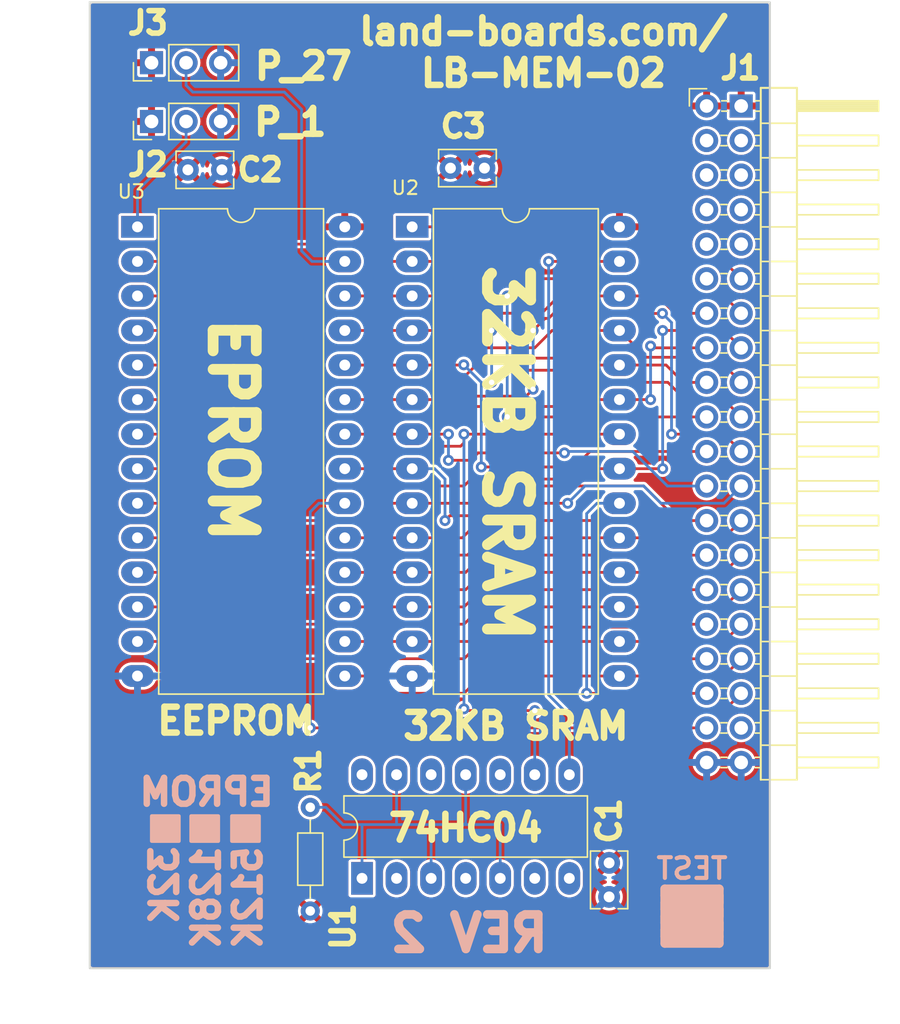
<source format=kicad_pcb>
(kicad_pcb (version 20240108) (generator "pcbnew") (generator_version "8.0")
  (title_block (title "LB-MEM-02") (date "2022-10-06") (rev "2") (company "land-boards.com"))
  (layers (0 "F.Cu" signal) (31 "B.Cu" signal) (34 "B.Paste" user) (35 "F.Paste" user) (36 "B.SilkS" user "B.Silkscreen") (37 "F.SilkS" user "F.Silkscreen") (38 "B.Mask" user) (39 "F.Mask" user) (44 "Edge.Cuts" user))
  (net 0 "")
  (net 1 "GND")
  (net 2 "/CPUA11")
  (net 3 "/CPUA12")
  (net 4 "/CPUA13")
  (net 5 "/CPUA14")
  (net 6 "/CPUA15")
  (net 7 "/CPUD4")
  (net 8 "/CPUD3")
  (net 9 "/CPUD5")
  (net 10 "/CPUD6")
  (net 11 "/CPUA0")
  (net 12 "/CPUA1")
  (net 13 "/CPUD2")
  (net 14 "/CPUA2")
  (net 15 "/CPUD7")
  (net 16 "/CPUA3")
  (net 17 "/CPUD0")
  (net 18 "/CPUA4")
  (net 19 "/CPUD1")
  (net 20 "/CPUA5")
  (net 21 "/CPUA6")
  (net 22 "/CPUA7")
  (net 23 "/CPUA8")
  (net 24 "/CPUA9")
  (net 25 "/CPUA10")
  (net 26 "/CPUA18")
  (net 27 "/CPUA16")
  (net 28 "/CPUA17")
  (net 29 "/~{MEMRD}")
  (net 30 "/~{MEMWR}")
  (net 31 "/CPUA22")
  (net 32 "/CPUA23")
  (net 33 "/CPUA20")
  (net 34 "/CPUA21")
  (net 35 "/CPUA19")
  (net 36 "VCC")
  (net 37 "/~{IOCS}")
  (net 38 "/~{RAMCS}")
  (net 39 "/~{ROMCS}")
  (net 40 "/EE_PIN27")
  (net 41 "/EE_PIN1")
  (net 42 "Net-(R1-Pad2)")
  (footprint "Package_DIP:DIP-28_W15.24mm_LongPads" (layer "F.Cu") (at 155.702 63.5)
    (property "Reference" "U2" (at -0.508 -2.8702 0) (layer "F.SilkS"))
    (property "Value" "HM62256BLP")
    (pad "1" thru_hole rect (at 0 0) (size 2.4 1.6) (drill 0.8) (layers "*.Cu" "*.Mask") (net 5 "/CPUA14"))
    (pad "2" thru_hole oval (at 0 2.54) (size 2.4 1.6) (drill 0.8) (layers "*.Cu" "*.Mask") (net 3 "/CPUA12"))
    (pad "3" thru_hole oval (at 0 5.08) (size 2.4 1.6) (drill 0.8) (layers "*.Cu" "*.Mask") (net 22 "/CPUA7"))
    (pad "4" thru_hole oval (at 0 7.62) (size 2.4 1.6) (drill 0.8) (layers "*.Cu" "*.Mask") (net 21 "/CPUA6"))
    (pad "5" thru_hole oval (at 0 10.16) (size 2.4 1.6) (drill 0.8) (layers "*.Cu" "*.Mask") (net 20 "/CPUA5"))
    (pad "6" thru_hole oval (at 0 12.7) (size 2.4 1.6) (drill 0.8) (layers "*.Cu" "*.Mask") (net 18 "/CPUA4"))
    (pad "7" thru_hole oval (at 0 15.24) (size 2.4 1.6) (drill 0.8) (layers "*.Cu" "*.Mask") (net 16 "/CPUA3"))
    (pad "8" thru_hole oval (at 0 17.78) (size 2.4 1.6) (drill 0.8) (layers "*.Cu" "*.Mask") (net 14 "/CPUA2"))
    (pad "9" thru_hole oval (at 0 20.32) (size 2.4 1.6) (drill 0.8) (layers "*.Cu" "*.Mask") (net 12 "/CPUA1"))
    (pad "10" thru_hole oval (at 0 22.86) (size 2.4 1.6) (drill 0.8) (layers "*.Cu" "*.Mask") (net 11 "/CPUA0"))
    (pad "11" thru_hole oval (at 0 25.4) (size 2.4 1.6) (drill 0.8) (layers "*.Cu" "*.Mask") (net 17 "/CPUD0"))
    (pad "12" thru_hole oval (at 0 27.94) (size 2.4 1.6) (drill 0.8) (layers "*.Cu" "*.Mask") (net 19 "/CPUD1"))
    (pad "13" thru_hole oval (at 0 30.48) (size 2.4 1.6) (drill 0.8) (layers "*.Cu" "*.Mask") (net 13 "/CPUD2"))
    (pad "14" thru_hole oval (at 0 33.02) (size 2.4 1.6) (drill 0.8) (layers "*.Cu" "*.Mask") (net 1 "GND"))
    (pad "15" thru_hole oval (at 15.24 33.02) (size 2.4 1.6) (drill 0.8) (layers "*.Cu" "*.Mask") (net 8 "/CPUD3"))
    (pad "16" thru_hole oval (at 15.24 30.48) (size 2.4 1.6) (drill 0.8) (layers "*.Cu" "*.Mask") (net 7 "/CPUD4"))
    (pad "17" thru_hole oval (at 15.24 27.94) (size 2.4 1.6) (drill 0.8) (layers "*.Cu" "*.Mask") (net 9 "/CPUD5"))
    (pad "18" thru_hole oval (at 15.24 25.4) (size 2.4 1.6) (drill 0.8) (layers "*.Cu" "*.Mask") (net 10 "/CPUD6"))
    (pad "19" thru_hole oval (at 15.24 22.86) (size 2.4 1.6) (drill 0.8) (layers "*.Cu" "*.Mask") (net 15 "/CPUD7"))
    (pad "20" thru_hole oval (at 15.24 20.32) (size 2.4 1.6) (drill 0.8) (layers "*.Cu" "*.Mask") (net 38 "/~{RAMCS}"))
    (pad "21" thru_hole oval (at 15.24 17.78) (size 2.4 1.6) (drill 0.8) (layers "*.Cu" "*.Mask") (net 25 "/CPUA10"))
    (pad "22" thru_hole oval (at 15.24 15.24) (size 2.4 1.6) (drill 0.8) (layers "*.Cu" "*.Mask") (net 29 "/~{MEMRD}"))
    (pad "23" thru_hole oval (at 15.24 12.7) (size 2.4 1.6) (drill 0.8) (layers "*.Cu" "*.Mask") (net 2 "/CPUA11"))
    (pad "24" thru_hole oval (at 15.24 10.16) (size 2.4 1.6) (drill 0.8) (layers "*.Cu" "*.Mask") (net 24 "/CPUA9"))
    (pad "25" thru_hole oval (at 15.24 7.62) (size 2.4 1.6) (drill 0.8) (layers "*.Cu" "*.Mask") (net 23 "/CPUA8"))
    (pad "26" thru_hole oval (at 15.24 5.08) (size 2.4 1.6) (drill 0.8) (layers "*.Cu" "*.Mask") (net 4 "/CPUA13"))
    (pad "27" thru_hole oval (at 15.24 2.54) (size 2.4 1.6) (drill 0.8) (layers "*.Cu" "*.Mask") (net 30 "/~{MEMWR}"))
    (pad "28" thru_hole oval (at 15.24 0) (size 2.4 1.6) (drill 0.8) (layers "*.Cu" "*.Mask") (net 36 "VCC"))
  )
  (footprint "LandBoards_Conns:PinHeader_2x20_P2.54mm_Horizontal-FLIPPED" (layer "F.Cu") (at 177.35 54.615)
    (property "Reference" "J1" (at 2.482 -2.799 0) (layer "F.SilkS") (effects (font (size 1.651 1.651) (thickness 1.651))))
    (property "Value" "Conn_02x20_Odd_Even")
    (pad "1" thru_hole rect (at 2.54 0) (size 1.7 1.7) (drill 1) (layers "*.Cu" "*.Mask") (net 36 "VCC"))
    (pad "2" thru_hole oval (at 0 0) (size 1.7 1.7) (drill 1) (layers "*.Cu" "*.Mask") (net 36 "VCC"))
    (pad "3" thru_hole oval (at 2.54 2.54) (size 1.7 1.7) (drill 1) (layers "*.Cu" "*.Mask") (net 31 "/CPUA22"))
    (pad "4" thru_hole oval (at 0 2.54) (size 1.7 1.7) (drill 1) (layers "*.Cu" "*.Mask") (net 32 "/CPUA23"))
    (pad "5" thru_hole oval (at 2.54 5.08) (size 1.7 1.7) (drill 1) (layers "*.Cu" "*.Mask") (net 33 "/CPUA20"))
    (pad "6" thru_hole oval (at 0 5.08) (size 1.7 1.7) (drill 1) (layers "*.Cu" "*.Mask") (net 34 "/CPUA21"))
    (pad "7" thru_hole oval (at 2.54 7.62) (size 1.7 1.7) (drill 1) (layers "*.Cu" "*.Mask") (net 26 "/CPUA18"))
    (pad "8" thru_hole oval (at 0 7.62) (size 1.7 1.7) (drill 1) (layers "*.Cu" "*.Mask") (net 35 "/CPUA19"))
    (pad "9" thru_hole oval (at 2.54 10.16) (size 1.7 1.7) (drill 1) (layers "*.Cu" "*.Mask") (net 27 "/CPUA16"))
    (pad "10" thru_hole oval (at 0 10.16) (size 1.7 1.7) (drill 1) (layers "*.Cu" "*.Mask") (net 28 "/CPUA17"))
    (pad "11" thru_hole oval (at 2.54 12.7) (size 1.7 1.7) (drill 1) (layers "*.Cu" "*.Mask") (net 5 "/CPUA14"))
    (pad "12" thru_hole oval (at 0 12.7) (size 1.7 1.7) (drill 1) (layers "*.Cu" "*.Mask") (net 6 "/CPUA15"))
    (pad "13" thru_hole oval (at 2.54 15.24) (size 1.7 1.7) (drill 1) (layers "*.Cu" "*.Mask") (net 3 "/CPUA12"))
    (pad "14" thru_hole oval (at 0 15.24) (size 1.7 1.7) (drill 1) (layers "*.Cu" "*.Mask") (net 4 "/CPUA13"))
    (pad "15" thru_hole oval (at 2.54 17.78) (size 1.7 1.7) (drill 1) (layers "*.Cu" "*.Mask") (net 25 "/CPUA10"))
    (pad "16" thru_hole oval (at 0 17.78) (size 1.7 1.7) (drill 1) (layers "*.Cu" "*.Mask") (net 2 "/CPUA11"))
    (pad "17" thru_hole oval (at 2.54 20.32) (size 1.7 1.7) (drill 1) (layers "*.Cu" "*.Mask") (net 23 "/CPUA8"))
    (pad "18" thru_hole oval (at 0 20.32) (size 1.7 1.7) (drill 1) (layers "*.Cu" "*.Mask") (net 24 "/CPUA9"))
    (pad "19" thru_hole oval (at 2.54 22.86) (size 1.7 1.7) (drill 1) (layers "*.Cu" "*.Mask") (net 21 "/CPUA6"))
    (pad "20" thru_hole oval (at 0 22.86) (size 1.7 1.7) (drill 1) (layers "*.Cu" "*.Mask") (net 22 "/CPUA7"))
    (pad "21" thru_hole oval (at 2.54 25.4) (size 1.7 1.7) (drill 1) (layers "*.Cu" "*.Mask") (net 18 "/CPUA4"))
    (pad "22" thru_hole oval (at 0 25.4) (size 1.7 1.7) (drill 1) (layers "*.Cu" "*.Mask") (net 20 "/CPUA5"))
    (pad "23" thru_hole oval (at 2.54 27.94) (size 1.7 1.7) (drill 1) (layers "*.Cu" "*.Mask") (net 14 "/CPUA2"))
    (pad "24" thru_hole oval (at 0 27.94) (size 1.7 1.7) (drill 1) (layers "*.Cu" "*.Mask") (net 16 "/CPUA3"))
    (pad "25" thru_hole oval (at 2.54 30.48) (size 1.7 1.7) (drill 1) (layers "*.Cu" "*.Mask") (net 11 "/CPUA0"))
    (pad "26" thru_hole oval (at 0 30.48) (size 1.7 1.7) (drill 1) (layers "*.Cu" "*.Mask") (net 12 "/CPUA1"))
    (pad "27" thru_hole oval (at 2.54 33.02) (size 1.7 1.7) (drill 1) (layers "*.Cu" "*.Mask") (net 17 "/CPUD0"))
    (pad "28" thru_hole oval (at 0 33.02) (size 1.7 1.7) (drill 1) (layers "*.Cu" "*.Mask") (net 15 "/CPUD7"))
    (pad "29" thru_hole oval (at 2.54 35.56) (size 1.7 1.7) (drill 1) (layers "*.Cu" "*.Mask") (net 19 "/CPUD1"))
    (pad "30" thru_hole oval (at 0 35.56) (size 1.7 1.7) (drill 1) (layers "*.Cu" "*.Mask") (net 10 "/CPUD6"))
    (pad "31" thru_hole oval (at 2.54 38.1) (size 1.7 1.7) (drill 1) (layers "*.Cu" "*.Mask") (net 13 "/CPUD2"))
    (pad "32" thru_hole oval (at 0 38.1) (size 1.7 1.7) (drill 1) (layers "*.Cu" "*.Mask") (net 9 "/CPUD5"))
    (pad "33" thru_hole oval (at 2.54 40.64) (size 1.7 1.7) (drill 1) (layers "*.Cu" "*.Mask") (net 8 "/CPUD3"))
    (pad "34" thru_hole oval (at 0 40.64) (size 1.7 1.7) (drill 1) (layers "*.Cu" "*.Mask") (net 7 "/CPUD4"))
    (pad "35" thru_hole oval (at 2.54 43.18) (size 1.7 1.7) (drill 1) (layers "*.Cu" "*.Mask") (net 29 "/~{MEMRD}"))
    (pad "36" thru_hole oval (at 0 43.18) (size 1.7 1.7) (drill 1) (layers "*.Cu" "*.Mask") (net 38 "/~{RAMCS}"))
    (pad "37" thru_hole oval (at 2.54 45.72) (size 1.7 1.7) (drill 1) (layers "*.Cu" "*.Mask") (net 37 "/~{IOCS}"))
    (pad "38" thru_hole oval (at 0 45.72) (size 1.7 1.7) (drill 1) (layers "*.Cu" "*.Mask") (net 39 "/~{ROMCS}"))
    (pad "39" thru_hole oval (at 2.54 48.26) (size 1.7 1.7) (drill 1) (layers "*.Cu" "*.Mask") (net 1 "GND"))
    (pad "40" thru_hole oval (at 0 48.26) (size 1.7 1.7) (drill 1) (layers "*.Cu" "*.Mask") (net 1 "GND"))
  )
  (footprint "Package_DIP:DIP-14_W7.62mm_LongPads" (layer "F.Cu") (at 152.014 111.394 90)
    (property "Reference" "U1" (at -3.541 -1.392 90) (layer "F.SilkS") (effects (font (size 1.651 1.651) (thickness 1.651))))
    (property "Value" "74HC04")
    (pad "1" thru_hole rect (at 0 0 90) (size 2.4 1.6) (drill 0.8) (layers "*.Cu" "*.Mask") (net 42 "Net-(R1-Pad2)"))
    (pad "2" thru_hole oval (at 0 2.54 90) (size 2.4 1.6) (drill 0.8) (layers "*.Cu" "*.Mask"))
    (pad "3" thru_hole oval (at 0 5.08 90) (size 2.4 1.6) (drill 0.8) (layers "*.Cu" "*.Mask") (net 42 "Net-(R1-Pad2)"))
    (pad "4" thru_hole oval (at 0 7.62 90) (size 2.4 1.6) (drill 0.8) (layers "*.Cu" "*.Mask"))
    (pad "5" thru_hole oval (at 0 10.16 90) (size 2.4 1.6) (drill 0.8) (layers "*.Cu" "*.Mask") (net 42 "Net-(R1-Pad2)"))
    (pad "6" thru_hole oval (at 0 12.7 90) (size 2.4 1.6) (drill 0.8) (layers "*.Cu" "*.Mask"))
    (pad "7" thru_hole oval (at 0 15.24 90) (size 2.4 1.6) (drill 0.8) (layers "*.Cu" "*.Mask"))
    (pad "8" thru_hole oval (at 7.62 15.24 90) (size 2.4 1.6) (drill 0.8) (layers "*.Cu" "*.Mask") (net 30 "/~{MEMWR}"))
    (pad "9" thru_hole oval (at 7.62 12.7 90) (size 2.4 1.6) (drill 0.8) (layers "*.Cu" "*.Mask") (net 29 "/~{MEMRD}"))
    (pad "10" thru_hole oval (at 7.62 10.16 90) (size 2.4 1.6) (drill 0.8) (layers "*.Cu" "*.Mask"))
    (pad "11" thru_hole oval (at 7.62 7.62 90) (size 2.4 1.6) (drill 0.8) (layers "*.Cu" "*.Mask") (net 42 "Net-(R1-Pad2)"))
    (pad "12" thru_hole oval (at 7.62 5.08 90) (size 2.4 1.6) (drill 0.8) (layers "*.Cu" "*.Mask"))
    (pad "13" thru_hole oval (at 7.62 2.54 90) (size 2.4 1.6) (drill 0.8) (layers "*.Cu" "*.Mask") (net 42 "Net-(R1-Pad2)"))
    (pad "14" thru_hole oval (at 7.62 0 90) (size 2.4 1.6) (drill 0.8) (layers "*.Cu" "*.Mask"))
  )
  (footprint "Package_DIP:DIP-28_W15.24mm_LongPads" (layer "F.Cu") (at 135.506993 63.5)
    (property "Reference" "U3" (at -0.455193 -2.5908 0) (layer "F.SilkS"))
    (property "Value" "27C128")
    (pad "1" thru_hole rect (at 0 0) (size 2.4 1.6) (drill 0.8) (layers "*.Cu" "*.Mask") (net 41 "/EE_PIN1"))
    (pad "2" thru_hole oval (at 0 2.54) (size 2.4 1.6) (drill 0.8) (layers "*.Cu" "*.Mask") (net 3 "/CPUA12"))
    (pad "3" thru_hole oval (at 0 5.08) (size 2.4 1.6) (drill 0.8) (layers "*.Cu" "*.Mask") (net 22 "/CPUA7"))
    (pad "4" thru_hole oval (at 0 7.62) (size 2.4 1.6) (drill 0.8) (layers "*.Cu" "*.Mask") (net 21 "/CPUA6"))
    (pad "5" thru_hole oval (at 0 10.16) (size 2.4 1.6) (drill 0.8) (layers "*.Cu" "*.Mask") (net 20 "/CPUA5"))
    (pad "6" thru_hole oval (at 0 12.7) (size 2.4 1.6) (drill 0.8) (layers "*.Cu" "*.Mask") (net 18 "/CPUA4"))
    (pad "7" thru_hole oval (at 0 15.24) (size 2.4 1.6) (drill 0.8) (layers "*.Cu" "*.Mask") (net 16 "/CPUA3"))
    (pad "8" thru_hole oval (at 0 17.78) (size 2.4 1.6) (drill 0.8) (layers "*.Cu" "*.Mask") (net 14 "/CPUA2"))
    (pad "9" thru_hole oval (at 0 20.32) (size 2.4 1.6) (drill 0.8) (layers "*.Cu" "*.Mask") (net 12 "/CPUA1"))
    (pad "10" thru_hole oval (at 0 22.86) (size 2.4 1.6) (drill 0.8) (layers "*.Cu" "*.Mask") (net 11 "/CPUA0"))
    (pad "11" thru_hole oval (at 0 25.4) (size 2.4 1.6) (drill 0.8) (layers "*.Cu" "*.Mask") (net 17 "/CPUD0"))
    (pad "12" thru_hole oval (at 0 27.94) (size 2.4 1.6) (drill 0.8) (layers "*.Cu" "*.Mask") (net 19 "/CPUD1"))
    (pad "13" thru_hole oval (at 0 30.48) (size 2.4 1.6) (drill 0.8) (layers "*.Cu" "*.Mask") (net 13 "/CPUD2"))
    (pad "14" thru_hole oval (at 0 33.02) (size 2.4 1.6) (drill 0.8) (layers "*.Cu" "*.Mask") (net 1 "GND"))
    (pad "15" thru_hole oval (at 15.24 33.02) (size 2.4 1.6) (drill 0.8) (layers "*.Cu" "*.Mask") (net 8 "/CPUD3"))
    (pad "16" thru_hole oval (at 15.24 30.48) (size 2.4 1.6) (drill 0.8) (layers "*.Cu" "*.Mask") (net 7 "/CPUD4"))
    (pad "17" thru_hole oval (at 15.24 27.94) (size 2.4 1.6) (drill 0.8) (layers "*.Cu" "*.Mask") (net 9 "/CPUD5"))
    (pad "18" thru_hole oval (at 15.24 25.4) (size 2.4 1.6) (drill 0.8) (layers "*.Cu" "*.Mask") (net 10 "/CPUD6"))
    (pad "19" thru_hole oval (at 15.24 22.86) (size 2.4 1.6) (drill 0.8) (layers "*.Cu" "*.Mask") (net 15 "/CPUD7"))
    (pad "20" thru_hole oval (at 15.24 20.32) (size 2.4 1.6) (drill 0.8) (layers "*.Cu" "*.Mask") (net 39 "/~{ROMCS}"))
    (pad "21" thru_hole oval (at 15.24 17.78) (size 2.4 1.6) (drill 0.8) (layers "*.Cu" "*.Mask") (net 25 "/CPUA10"))
    (pad "22" thru_hole oval (at 15.24 15.24) (size 2.4 1.6) (drill 0.8) (layers "*.Cu" "*.Mask") (net 29 "/~{MEMRD}"))
    (pad "23" thru_hole oval (at 15.24 12.7) (size 2.4 1.6) (drill 0.8) (layers "*.Cu" "*.Mask") (net 2 "/CPUA11"))
    (pad "24" thru_hole oval (at 15.24 10.16) (size 2.4 1.6) (drill 0.8) (layers "*.Cu" "*.Mask") (net 24 "/CPUA9"))
    (pad "25" thru_hole oval (at 15.24 7.62) (size 2.4 1.6) (drill 0.8) (layers "*.Cu" "*.Mask") (net 23 "/CPUA8"))
    (pad "26" thru_hole oval (at 15.24 5.08) (size 2.4 1.6) (drill 0.8) (layers "*.Cu" "*.Mask") (net 4 "/CPUA13"))
    (pad "27" thru_hole oval (at 15.24 2.54) (size 2.4 1.6) (drill 0.8) (layers "*.Cu" "*.Mask") (net 40 "/EE_PIN27"))
    (pad "28" thru_hole oval (at 15.24 0) (size 2.4 1.6) (drill 0.8) (layers "*.Cu" "*.Mask") (net 36 "VCC"))
  )
  (footprint "LandBoards_Marking:TEST_BLK-REAR" (layer "F.Cu") (at 176.276 114.173)
    (property "Reference" "TEST" (at 0 -3.499993 0) (layer "B.SilkS") (effects (font (size 1.524 1.524) (thickness 0.3048)) (justify mirror)))
    (property "Value" "COUPON" (hide yes))
  )
  (footprint "Capacitor_THT:C_Rect_L4.0mm_W2.5mm_P2.50mm" (layer "F.Cu") (at 170.18 112.75601 90)
    (property "Reference" "C1" (at 5.588 0 -90) (layer "F.SilkS") (effects (font (size 1.651 1.651) (thickness 1.651))))
    (property "Value" "0.1uF")
    (pad "1" thru_hole circle (at 0 0 90) (size 1.6 1.6) (drill 0.8) (layers "*.Cu" "*.Mask") (net 1 "GND"))
    (pad "2" thru_hole circle (at 2.5 0 90) (size 1.6 1.6) (drill 0.8) (layers "*.Cu" "*.Mask") (net 36 "VCC"))
  )
  (footprint "Capacitor_THT:C_Rect_L4.0mm_W2.5mm_P2.50mm" (layer "F.Cu") (at 141.71201 59.309 180)
    (property "Reference" "C2" (at -2.814 0 0) (layer "F.SilkS") (effects (font (size 1.651 1.651) (thickness 1.651))))
    (property "Value" "0.1uF")
    (pad "1" thru_hole circle (at 0 0 180) (size 1.6 1.6) (drill 0.8) (layers "*.Cu" "*.Mask") (net 1 "GND"))
    (pad "2" thru_hole circle (at 2.5 0 180) (size 1.6 1.6) (drill 0.8) (layers "*.Cu" "*.Mask") (net 36 "VCC"))
  )
  (footprint "Connector_PinHeader_2.54mm:PinHeader_1x03_P2.54mm_Vertical" (layer "F.Cu") (at 136.540011 55.753 90)
    (property "Reference" "J2" (at -3.175 -0.269011 180) (layer "F.SilkS") (effects (font (size 1.651 1.651) (thickness 0.41275))))
    (property "Value" "JUMPER")
    (pad "1" thru_hole rect (at 0 0 90) (size 1.7 1.7) (drill 1) (layers "*.Cu" "*.Mask") (net 36 "VCC"))
    (pad "2" thru_hole oval (at 0 2.54 90) (size 1.7 1.7) (drill 1) (layers "*.Cu" "*.Mask") (net 41 "/EE_PIN1"))
    (pad "3" thru_hole oval (at 0 5.08 90) (size 1.7 1.7) (drill 1) (layers "*.Cu" "*.Mask") (net 1 "GND"))
  )
  (footprint "Connector_PinHeader_2.54mm:PinHeader_1x03_P2.54mm_Vertical" (layer "F.Cu") (at 136.54 51.435 90)
    (property "Reference" "J3" (at 2.921 -0.269 180) (layer "F.SilkS") (effects (font (size 1.651 1.651) (thickness 0.41275))))
    (property "Value" "JUMPER")
    (pad "1" thru_hole rect (at 0 0 90) (size 1.7 1.7) (drill 1) (layers "*.Cu" "*.Mask") (net 36 "VCC"))
    (pad "2" thru_hole oval (at 0 2.54 90) (size 1.7 1.7) (drill 1) (layers "*.Cu" "*.Mask") (net 40 "/EE_PIN27"))
    (pad "3" thru_hole oval (at 0 5.08 90) (size 1.7 1.7) (drill 1) (layers "*.Cu" "*.Mask") (net 1 "GND"))
  )
  (footprint "Resistor_THT:R_Axial_DIN0204_L3.6mm_D1.6mm_P7.62mm_Horizontal" (layer "F.Cu") (at 148.209 113.792 90)
    (property "Reference" "R1" (at 10.287 -0.127 -90) (layer "F.SilkS") (effects (font (size 1.651 1.651) (thickness 1.651))))
    (property "Value" "2.7K")
    (pad "1" thru_hole circle (at 0 0 90) (size 1.4 1.4) (drill 0.7) (layers "*.Cu" "*.Mask") (net 36 "VCC"))
    (pad "2" thru_hole oval (at 7.62 0 90) (size 1.4 1.4) (drill 0.7) (layers "*.Cu" "*.Mask") (net 42 "Net-(R1-Pad2)"))
  )
  (footprint "Capacitor_THT:C_Rect_L4.0mm_W2.5mm_P2.50mm" (layer "F.Cu") (at 161.01601 59.182 180)
    (property "Reference" "C3" (at 1.55481 3.0734 0) (layer "F.SilkS") (effects (font (size 1.651 1.651) (thickness 1.651))))
    (property "Value" "0.1uF")
    (pad "1" thru_hole circle (at 0 0 180) (size 1.6 1.6) (drill 0.8) (layers "*.Cu" "*.Mask") (net 1 "GND"))
    (pad "2" thru_hole circle (at 2.5 0 180) (size 1.6 1.6) (drill 0.8) (layers "*.Cu" "*.Mask") (net 36 "VCC"))
  )
  (gr_rect (start 132 47) (end 182 118) (stroke (width 0.15)) (fill none) (layer "Edge.Cuts"))
  (gr_text "REV 2" (at 159.893 115.443 0) (layer "B.SilkS") (effects (font (size 2.54 2.54) (thickness 0.635)) (justify mirror)))
  (gr_text "EPROM" (at 140.589 105.0544 0) (layer "B.SilkS") (effects (font (size 1.905 1.905) (thickness 0.47625)) (justify mirror)))
  (gr_text "32K\n128K\n512K" (at 140.5636 108.8136 90) (layer "B.SilkS") (effects (font (size 1.905 1.905) (thickness 0.47625)) (justify left mirror)))
  (gr_text "land-boards.com/\nLB-MEM-02" (at 165.354 50.673 0) (layer "F.SilkS") (effects (font (size 1.905 1.905) (thickness 0.47625))))
  (gr_text "74HC04" (at 159.639 107.696 0) (layer "F.SilkS") (effects (font (size 1.905 1.905) (thickness 0.47625))))
  (gr_text "32KB SRAM" (at 162.6616 80.137 270) (layer "F.SilkS") (effects (font (size 3.175 3.175) (thickness 0.79375) (bold yes))))
  (gr_text "EEPROM" (at 142.748 99.822 0) (layer "F.SilkS") (effects (font (size 1.905 1.905) (thickness 0.47625))))
  (gr_text "P_1" (at 146.7358 55.8038 0) (layer "F.SilkS") (effects (font (size 1.905 1.905) (thickness 0.47625))))
  (gr_text "EPROM" (at 142.494 78.4352 270) (layer "F.SilkS") (effects (font (size 3.175 3.175) (thickness 0.79375) (bold yes))))
  (gr_text "32KB SRAM" (at 163.322 100.203 0) (layer "F.SilkS") (effects (font (size 1.905 1.905) (thickness 0.47625))))
  (gr_text "P_27" (at 147.701 51.689 0) (layer "F.SilkS") (effects (font (size 1.905 1.905) (thickness 0.47625))))
  (segment (start 135.507 96.52) (end 139.832 96.52) (width 0.2032) (layer "F.Cu") (net 1))
  (segment (start 141.102 95.25) (end 152.532 95.25) (width 0.2032) (layer "F.Cu") (net 1))
  (segment (start 139.832 96.52) (end 141.102 95.25) (width 0.2032) (layer "F.Cu") (net 1))
  (segment (start 153.802 96.52) (end 155.702 96.52) (width 0.2032) (layer "F.Cu") (net 1))
  (segment (start 152.532 95.25) (end 153.802 96.52) (width 0.2032) (layer "F.Cu") (net 1))
  (segment (start 173.36 72.395) (end 173.228 72.263) (width 0.2032) (layer "F.Cu") (net 2))
  (segment (start 153.802 77.47) (end 152.532 76.2) (width 0.2032) (layer "F.Cu") (net 2))
  (segment (start 159.517 77.47) (end 153.802 77.47) (width 0.2032) (layer "F.Cu") (net 2))
  (segment (start 152.532 76.2) (end 150.747 76.2) (width 0.2032) (layer "F.Cu") (net 2))
  (segment (start 160.279 76.708) (end 159.517 77.47) (width 0.2032) (layer "F.Cu") (net 2))
  (segment (start 170.942 76.2) (end 167.513 76.2) (width 0.2032) (layer "F.Cu") (net 2))
  (segment (start 167.513 76.2) (end 167.005 76.708) (width 0.2032) (layer "F.Cu") (net 2))
  (segment (start 167.005 76.708) (end 160.279 76.708) (width 0.2032) (layer "F.Cu") (net 2))
  (segment (start 173.228 76.2) (end 170.942 76.2) (width 0.2032) (layer "F.Cu") (net 2))
  (segment (start 177.35 72.395) (end 173.36 72.395) (width 0.2032) (layer "F.Cu") (net 2))
  (via (at 173.228 72.263) (size 0.8) (drill 0.4) (layers "F.Cu" "B.Cu") (net 2))
  (via (at 173.228 76.2) (size 0.8) (drill 0.4) (layers "F.Cu" "B.Cu") (net 2))
  (segment (start 173.228 72.263) (end 173.228 76.2) (width 0.2032) (layer "B.Cu") (net 2))
  (segment (start 159.639 66.04) (end 155.702 66.04) (width 0.2032) (layer "F.Cu") (net 3))
  (segment (start 152.532 64.77) (end 153.802 66.04) (width 0.2032) (layer "F.Cu") (net 3))
  (segment (start 179.89 69.855) (end 178.615 68.58) (width 0.2032) (layer "F.Cu") (net 3))
  (segment (start 139.832 66.04) (end 141.102 64.77) (width 0.2032) (layer "F.Cu") (net 3))
  (segment (start 174.117 67.437) (end 174.117 67.31) (width 0.2032) (layer "F.Cu") (net 3))
  (segment (start 135.507 66.04) (end 139.832 66.04) (width 0.2032) (layer "F.Cu") (net 3))
  (segment (start 160.909 67.31) (end 159.639 66.04) (width 0.2032) (layer "F.Cu") (net 3))
  (segment (start 174.117 67.31) (end 160.909 67.31) (width 0.2032) (layer "F.Cu") (net 3))
  (segment (start 141.102 64.77) (end 152.532 64.77) (width 0.2032) (layer "F.Cu") (net 3))
  (segment (start 175.26 68.58) (end 174.117 67.437) (width 0.2032) (layer "F.Cu") (net 3))
  (segment (start 178.615 68.58) (end 175.26 68.58) (width 0.2032) (layer "F.Cu") (net 3))
  (segment (start 153.802 66.04) (end 155.702 66.04) (width 0.2032) (layer "F.Cu") (net 3))
  (segment (start 150.747 68.58) (end 152.532 68.58) (width 0.2032) (layer "F.Cu") (net 4))
  (segment (start 170.942 68.58) (end 173.736 68.58) (width 0.2032) (layer "F.Cu") (net 4))
  (segment (start 177.35 69.855) (end 175.011 69.855) (width 0.2032) (layer "F.Cu") (net 4))
  (segment (start 152.532 68.58) (end 153.802 69.85) (width 0.2032) (layer "F.Cu") (net 4))
  (segment (start 165.227 69.85) (end 166.497 68.58) (width 0.2032) (layer "F.Cu") (net 4))
  (segment (start 175.011 69.855) (end 173.736 68.58) (width 0.2032) (layer "F.Cu") (net 4))
  (segment (start 153.802 69.85) (end 165.227 69.85) (width 0.2032) (layer "F.Cu") (net 4))
  (segment (start 166.497 68.58) (end 170.942 68.58) (width 0.2032) (layer "F.Cu") (net 4))
  (segment (start 175.006 66.04) (end 173.736 64.77) (width 0.2032) (layer "F.Cu") (net 5))
  (segment (start 178.615 66.04) (end 175.006 66.04) (width 0.2032) (layer "F.Cu") (net 5))
  (segment (start 160.909 64.77) (end 159.639 63.5) (width 0.2032) (layer "F.Cu") (net 5))
  (segment (start 159.639 63.5) (end 155.702 63.5) (width 0.2032) (layer "F.Cu") (net 5))
  (segment (start 173.736 64.77) (end 160.909 64.77) (width 0.2032) (layer "F.Cu") (net 5))
  (segment (start 179.89 67.315) (end 178.615 66.04) (width 0.2032) (layer "F.Cu") (net 5))
  (segment (start 173.355 94.107) (end 173.355 93.98) (width 0.2032) (layer "F.Cu") (net 7))
  (segment (start 150.747 93.98) (end 152.532 93.98) (width 0.2032) (layer "F.Cu") (net 7))
  (segment (start 177.35 95.255) (end 174.503 95.255) (width 0.2032) (layer "F.Cu") (net 7))
  (segment (start 152.532 93.98) (end 153.802 95.25) (width 0.2032) (layer "F.Cu") (net 7))
  (segment (start 160.787 93.98) (end 170.942 93.98) (width 0.2032) (layer "F.Cu") (net 7))
  (segment (start 170.942 93.98) (end 173.355 93.98) (width 0.2032) (layer "F.Cu") (net 7))
  (segment (start 174.503 95.255) (end 173.355 94.107) (width 0.2032) (layer "F.Cu") (net 7))
  (segment (start 153.802 95.25) (end 159.517 95.25) (width 0.2032) (layer "F.Cu") (net 7))
  (segment (start 159.517 95.25) (end 160.787 93.98) (width 0.2032) (layer "F.Cu") (net 7))
  (segment (start 152.532 96.52) (end 153.802 97.79) (width 0.2032) (layer "F.Cu") (net 8))
  (segment (start 159.517 97.79) (end 160.787 96.52) (width 0.2032) (layer "F.Cu") (net 8))
  (segment (start 160.787 96.52) (end 170.942 96.52) (width 0.2032) (layer "F.Cu") (net 8))
  (segment (start 178.625 96.52) (end 179.89 95.255) (width 0.2032) (layer "F.Cu") (net 8))
  (segment (start 153.802 97.79) (end 159.517 97.79) (width 0.2032) (layer "F.Cu") (net 8))
  (segment (start 170.942 96.52) (end 178.625 96.52) (width 0.2032) (layer "F.Cu") (net 8))
  (segment (start 150.747 96.52) (end 152.532 96.52) (width 0.2032) (layer "F.Cu") (net 8))
  (segment (start 160.787 91.44) (end 170.942 91.44) (width 0.2032) (layer "F.Cu") (net 9))
  (segment (start 174.63 92.715) (end 173.355 91.44) (width 0.2032) (layer "F.Cu") (net 9))
  (segment (start 152.532 91.44) (end 153.802 92.71) (width 0.2032) (layer "F.Cu") (net 9))
  (segment (start 153.802 92.71) (end 159.517 92.71) (width 0.2032) (layer "F.Cu") (net 9))
  (segment (start 177.35 92.715) (end 174.63 92.715) (width 0.2032) (layer "F.Cu") (net 9))
  (segment (start 159.517 92.71) (end 160.787 91.44) (width 0.2032) (layer "F.Cu") (net 9))
  (segment (start 150.747 91.44) (end 152.532 91.44) (width 0.2032) (layer "F.Cu") (net 9))
  (segment (start 170.942 91.44) (end 173.355 91.44) (width 0.2032) (layer "F.Cu") (net 9))
  (segment (start 174.376 90.175) (end 173.101 88.9) (width 0.2032) (layer "F.Cu") (net 10))
  (segment (start 160.909 88.9) (end 159.639 90.17) (width 0.2032) (layer "F.Cu") (net 10))
  (segment (start 170.942 88.9) (end 173.101 88.9) (width 0.2032) (layer "F.Cu") (net 10))
  (segment (start 170.942 88.9) (end 160.909 88.9) (width 0.2032) (layer "F.Cu") (net 10))
  (segment (start 177.35 90.175) (end 174.376 90.175) (width 0.2032) (layer "F.Cu") (net 10))
  (segment (start 152.527 88.9) (end 153.797 90.17) (width 0.2032) (layer "F.Cu") (net 10))
  (segment (start 150.747 88.9) (end 152.527 88.9) (width 0.2032) (layer "F.Cu") (net 10))
  (segment (start 153.797 90.17) (end 159.639 90.17) (width 0.2032) (layer "F.Cu") (net 10))
  (segment (start 173.355 85.09) (end 160.655 85.09) (width 0.2032) (layer "F.Cu") (net 11))
  (segment (start 153.802 86.36) (end 155.702 86.36) (width 0.2032) (layer "F.Cu") (net 11))
  (segment (start 152.532 85.09) (end 153.802 86.36) (width 0.2032) (layer "F.Cu") (net 11))
  (segment (start 178.625 86.36) (end 174.625 86.36) (width 0.2032) (layer "F.Cu") (net 11))
  (segment (start 174.625 86.36) (end 173.355 85.09) (width 0.2032) (layer "F.Cu") (net 11))
  (segment (start 141.102 85.09) (end 152.532 85.09) (width 0.2032) (layer "F.Cu") (net 11))
  (segment (start 159.385 86.36) (end 155.702 86.36) (width 0.2032) (layer "F.Cu") (net 11))
  (segment (start 179.89 85.095) (end 178.625 86.36) (width 0.2032) (layer "F.Cu") (net 11))
  (segment (start 135.507 86.36) (end 139.832 86.36) (width 0.2032) (layer "F.Cu") (net 11))
  (segment (start 160.655 85.09) (end 159.385 86.36) (width 0.2032) (layer "F.Cu") (net 11))
  (segment (start 139.832 86.36) (end 141.102 85.09) (width 0.2032) (layer "F.Cu") (net 11))
  (segment (start 177.35 85.095) (end 175.265 85.095) (width 0.2032) (layer "F.Cu") (net 12))
  (segment (start 175.265 85.095) (end 172.72 82.55) (width 0.2032) (layer "F.Cu") (net 12))
  (segment (start 155.702 83.82) (end 160.02 83.82) (width 0.2032) (layer "F.Cu") (net 12))
  (segment (start 141.102 82.55) (end 152.532 82.55) (width 0.2032) (layer "F.Cu") (net 12))
  (segment (start 139.832 83.82) (end 141.102 82.55) (width 0.2032) (layer "F.Cu") (net 12))
  (segment (start 153.802 83.82) (end 155.702 83.82) (width 0.2032) (layer "F.Cu") (net 12))
  (segment (start 161.29 82.55) (end 172.72 82.55) (width 0.2032) (layer "F.Cu") (net 12))
  (segment (start 160.02 83.82) (end 161.29 82.55) (width 0.2032) (layer "F.Cu") (net 12))
  (segment (start 152.532 82.55) (end 153.802 83.82) (width 0.2032) (layer "F.Cu") (net 12))
  (segment (start 135.507 83.82) (end 139.832 83.82) (width 0.2032) (layer "F.Cu") (net 12))
  (segment (start 155.702 93.98) (end 160.284784 93.98) (width 0.2032) (layer "F.Cu") (net 13))
  (segment (start 174.446022 93.98) (end 173.392511 92.926489) (width 0.2032) (layer "F.Cu") (net 13))
  (segment (start 161.338295 92.926489) (end 173.392511 92.926489) (width 0.2032) (layer "F.Cu") (net 13))
  (segment (start 152.532 92.71) (end 153.802 93.98) (width 0.2032) (layer "F.Cu") (net 13))
  (segment (start 141.102 92.71) (end 152.532 92.71) (width 0.2032) (layer "F.Cu") (net 13))
  (segment (start 178.625 93.98) (end 174.446022 93.98) (width 0.2032) (layer "F.Cu") (net 13))
  (segment (start 153.802 93.98) (end 155.702 93.98) (width 0.2032) (layer "F.Cu") (net 13))
  (segment (start 160.284784 93.98) (end 161.338295 92.926489) (width 0.2032) (layer "F.Cu") (net 13))
  (segment (start 139.832 93.98) (end 141.102 92.71) (width 0.2032) (layer "F.Cu") (net 13))
  (segment (start 178.625 93.98) (end 179.89 92.715) (width 0.2032) (layer "F.Cu") (net 13))
  (segment (start 135.507 93.98) (end 139.832 93.98) (width 0.2032) (layer "F.Cu") (net 13))
  (segment (start 141.102 80.01) (end 152.532 80.01) (width 0.2032) (layer "F.Cu") (net 14))
  (segment (start 135.507 81.28) (end 139.832 81.28) (width 0.2032) (layer "F.Cu") (net 14))
  (segment (start 152.532 80.01) (end 153.802 81.28) (width 0.2032) (layer "F.Cu") (net 14))
  (segment (start 153.802 81.28) (end 155.702 81.28) (width 0.2032) (layer "F.Cu") (net 14))
  (segment (start 160.909 83.82) (end 167.132 83.82) (width 0.2032) (layer "F.Cu") (net 14))
  (segment (start 160.909 83.82) (end 159.99412 84.73488) (width 0.2032) (layer "F.Cu") (net 14))
  (segment (start 158.47012 84.73488) (end 159.99412 84.73488) (width 0.2032) (layer "F.Cu") (net 14))
  (segment (start 158.115 85.09) (end 158.47012 84.73488) (width 0.2032) (layer "F.Cu") (net 14))
  (segment (start 139.832 81.28) (end 141.102 80.01) (width 0.2032) (layer "F.Cu") (net 14))
  (via (at 158.115 85.09) (size 0.8) (drill 0.4) (layers "F.Cu" "B.Cu") (net 14))
  (via (at 167.132 83.82) (size 0.8) (drill 0.4) (layers "F.Cu" "B.Cu") (net 14))
  (segment (start 168.402 82.55) (end 172.72 82.55) (width 0.2032) (layer "B.Cu") (net 14))
  (segment (start 172.72 82.55) (end 173.99 83.82) (width 0.2032) (layer "B.Cu") (net 14))
  (segment (start 155.702 81.28) (end 157.353 81.28) (width 0.2032) (layer "B.Cu") (net 14))
  (segment (start 173.99 83.82) (end 178.625 83.82) (width 0.2032) (layer "B.Cu") (net 14))
  (segment (start 178.625 83.82) (end 179.89 82.555) (width 0.2032) (layer "B.Cu") (net 14))
  (segment (start 167.132 83.82) (end 168.402 82.55) (width 0.2032) (layer "B.Cu") (net 14))
  (segment (start 158.115 82.042) (end 158.115 85.09) (width 0.2032) (layer "B.Cu") (net 14))
  (segment (start 157.353 81.28) (end 158.115 82.042) (width 0.2032) (layer "B.Cu") (net 14))
  (segment (start 150.747 86.36) (end 152.532 86.36) (width 0.2032) (layer "F.Cu") (net 15))
  (segment (start 174.249 87.635) (end 172.974 86.36) (width 0.2032) (layer "F.Cu") (net 15))
  (segment (start 152.532 86.36) (end 153.802 87.63) (width 0.2032) (layer "F.Cu") (net 15))
  (segment (start 161.036 86.36) (end 159.766 87.63) (width 0.2032) (layer "F.Cu") (net 15))
  (segment (start 153.802 87.63) (end 159.766 87.63) (width 0.2032) (layer "F.Cu") (net 15))
  (segment (start 170.942 86.36) (end 172.974 86.36) (width 0.2032) (layer "F.Cu") (net 15))
  (segment (start 170.942 86.36) (end 161.036 86.36) (width 0.2032) (layer "F.Cu") (net 15))
  (segment (start 177.35 87.635) (end 174.249 87.635) (width 0.2032) (layer "F.Cu") (net 15))
  (segment (start 139.832 78.74) (end 141.102 77.47) (width 0.2032) (layer "F.Cu") (net 16))
  (segment (start 153.802 78.74) (end 155.702 78.74) (width 0.2032) (layer "F.Cu") (net 16))
  (segment (start 160.0015 80.6635) (end 158.369 80.6635) (width 0.2032) (layer "F.Cu") (net 16))
  (segment (start 135.507 78.74) (end 139.832 78.74) (width 0.2032) (layer "F.Cu") (net 16))
  (segment (start 141.102 77.47) (end 152.532 77.47) (width 0.2032) (layer "F.Cu") (net 16))
  (segment (start 166.8965 80.1185) (end 160.5465 80.1185) (width 0.2032) (layer "F.Cu") (net 16))
  (segment (start 155.702 78.74) (end 158.369 78.74) (width 0.2032) (layer "F.Cu") (net 16))
  (segment (start 160.5465 80.1185) (end 160.0015 80.6635) (width 0.2032) (layer "F.Cu") (net 16))
  (segment (start 152.532 77.47) (end 153.802 78.74) (width 0.2032) (layer "F.Cu") (net 16))
  (via (at 158.369 80.6635) (size 0.8) (drill 0.4) (layers "F.Cu" "B.Cu") (net 16))
  (via (at 166.8965 80.1185) (size 0.8) (drill 0.4) (layers "F.Cu" "B.Cu") (net 16))
  (via (at 158.369 78.74) (size 0.8) (drill 0.4) (layers "F.Cu" "B.Cu") (net 16))
  (segment (start 167.005 80.01) (end 166.8965 80.1185) (width 0.2032) (layer "B.Cu") (net 16))
  (segment (start 174.467795 82.555) (end 171.922795 80.01) (width 0.2032) (layer "B.Cu") (net 16))
  (segment (start 177.35 82.555) (end 174.467795 82.555) (width 0.2032) (layer "B.Cu") (net 16))
  (segment (start 167.005 80.01) (end 171.922795 80.01) (width 0.2032) (layer "B.Cu") (net 16))
  (segment (start 158.369 78.74) (end 158.369 80.6635) (width 0.2032) (layer "B.Cu") (net 16))
  (segment (start 160.909 87.63) (end 173.101 87.63) (width 0.2032) (layer "F.Cu") (net 17))
  (segment (start 152.532 87.63) (end 153.802 88.9) (width 0.2032) (layer "F.Cu") (net 17))
  (segment (start 139.832 88.9) (end 141.102 87.63) (width 0.2032) (layer "F.Cu") (net 17))
  (segment (start 153.802 88.9) (end 155.702 88.9) (width 0.2032) (layer "F.Cu") (net 17))
  (segment (start 174.371 88.9) (end 178.625 88.9) (width 0.2032) (layer "F.Cu") (net 17))
  (segment (start 173.101 87.63) (end 174.371 88.9) (width 0.2032) (layer "F.Cu") (net 17))
  (segment (start 135.507 88.9) (end 139.832 88.9) (width 0.2032) (layer "F.Cu") (net 17))
  (segment (start 141.102 87.63) (end 152.532 87.63) (width 0.2032) (layer "F.Cu") (net 17))
  (segment (start 159.639 88.9) (end 160.909 87.63) (width 0.2032) (layer "F.Cu") (net 17))
  (segment (start 155.702 88.9) (end 159.639 88.9) (width 0.2032) (layer "F.Cu") (net 17))
  (segment (start 178.625 88.9) (end 179.89 87.635) (width 0.2032) (layer "F.Cu") (net 17))
  (segment (start 139.832 76.2) (end 141.102 74.93) (width 0.2032) (layer "F.Cu") (net 18))
  (segment (start 159.766 75.946) (end 164.084 75.946) (width 0.2032) (layer "F.Cu") (net 18))
  (segment (start 153.802 76.2) (end 155.702 76.2) (width 0.2032) (layer "F.Cu") (net 18))
  (segment (start 166.098405 69.867595) (end 174.099405 69.867595) (width 0.2032) (layer "F.Cu") (net 18))
  (segment (start 155.702 76.2) (end 159.512 76.2) (width 0.2032) (layer "F.Cu") (net 18))
  (segment (start 165.735 70.231) (end 165.481 70.231) (width 0.2032) (layer "F.Cu") (net 18))
  (segment (start 174.7705 78.74) (end 178.615 78.74) (width 0.2032) (layer "F.Cu") (net 18))
  (segment (start 179.89 80.015) (end 178.615 78.74) (width 0.2032) (layer "F.Cu") (net 18))
  (segment (start 141.102 74.93) (end 152.532 74.93) (width 0.2032) (layer "F.Cu") (net 18))
  (segment (start 135.507 76.2) (end 139.832 76.2) (width 0.2032) (layer "F.Cu") (net 18))
  (segment (start 159.512 76.2) (end 159.766 75.946) (width 0.2032) (layer "F.Cu") (net 18))
  (segment (start 164.084 75.946) (end 164.592 75.438) (width 0.2032) (layer "F.Cu") (net 18))
  (segment (start 152.532 74.93) (end 153.802 76.2) (width 0.2032) (layer "F.Cu") (net 18))
  (segment (start 166.098405 69.867595) (end 165.735 70.231) (width 0.2032) (layer "F.Cu") (net 18))
  (segment (start 165.481 70.231) (end 164.592 71.12) (width 0.2032) (layer "F.Cu") (net 18))
  (via (at 174.099405 69.867595) (size 0.8) (drill 0.4) (layers "F.Cu" "B.Cu") (net 18))
  (via (at 174.7705 78.74) (size 0.8) (drill 0.4) (layers "F.Cu" "B.Cu") (net 18))
  (via (at 164.592 75.438) (size 0.8) (drill 0.4) (layers "F.Cu" "B.Cu") (net 18))
  (via (at 164.592 71.12) (size 0.8) (drill 0.4) (layers "F.Cu" "B.Cu") (net 18))
  (segment (start 164.592 71.12) (end 164.592 75.438) (width 0.2032) (layer "B.Cu") (net 18))
  (segment (start 174.7705 70.53869) (end 174.099405 69.867595) (width 0.2032) (layer "B.Cu") (net 18))
  (segment (start 174.7705 78.74) (end 174.7705 70.53869) (width 0.2032) (layer "B.Cu") (net 18))
  (segment (start 178.625 91.44) (end 179.89 90.175) (width 0.2032) (layer "F.Cu") (net 19))
  (segment (start 153.802 91.44) (end 155.702 91.44) (width 0.2032) (layer "F.Cu") (net 19))
  (segment (start 139.832 91.44) (end 141.102 90.17) (width 0.2032) (layer "F.Cu") (net 19))
  (segment (start 174.752 91.44) (end 178.625 91.44) (width 0.2032) (layer "F.Cu") (net 19))
  (segment (start 159.512 91.44) (end 160.782 90.17) (width 0.2032) (layer "F.Cu") (net 19))
  (segment (start 152.532 90.17) (end 153.802 91.44) (width 0.2032) (layer "F.Cu") (net 19))
  (segment (start 160.782 90.17) (end 173.482 90.17) (width 0.2032) (layer "F.Cu") (net 19))
  (segment (start 155.702 91.44) (end 159.512 91.44) (width 0.2032) (layer "F.Cu") (net 19))
  (segment (start 135.507 91.44) (end 139.832 91.44) (width 0.2032) (layer "F.Cu") (net 19))
  (segment (start 173.482 90.17) (end 174.752 91.44) (width 0.2032) (layer "F.Cu") (net 19))
  (segment (start 141.102 90.17) (end 152.532 90.17) (width 0.2032) (layer "F.Cu") (net 19))
  (segment (start 139.832 73.66) (end 141.102 72.39) (width 0.2032) (layer "F.Cu") (net 20))
  (segment (start 153.802 73.66) (end 155.702 73.66) (width 0.2032) (layer "F.Cu") (net 20))
  (segment (start 168.778 80.015) (end 167.64 81.153) (width 0.2032) (layer "F.Cu") (net 20))
  (segment (start 152.532 72.39) (end 153.802 73.66) (width 0.2032) (layer "F.Cu") (net 20))
  (segment (start 177.35 80.015) (end 168.778 80.015) (width 0.2032) (layer "F.Cu") (net 20))
  (segment (start 135.507 73.66) (end 139.832 73.66) (width 0.2032) (layer "F.Cu") (net 20))
  (segment (start 159.494405 73.642405) (end 159.47681 73.66) (width 0.2032) (layer "F.Cu") (net 20))
  (segment (start 141.102 72.39) (end 152.532 72.39) (width 0.2032) (layer "F.Cu") (net 20))
  (segment (start 160.782 81.153) (end 167.64 81.153) (width 0.2032) (layer "F.Cu") (net 20))
  (segment (start 159.47681 73.66) (end 155.702 73.66) (width 0.2032) (layer "F.Cu") (net 20))
  (via (at 159.494405 73.642405) (size 0.8) (drill 0.4) (layers "F.Cu" "B.Cu") (net 20))
  (via (at 160.782 81.153) (size 0.8) (drill 0.4) (layers "F.Cu" "B.Cu") (net 20))
  (segment (start 160.782 81.153) (end 160.782 74.93) (width 0.2032) (layer "B.Cu") (net 20))
  (segment (start 160.782 74.93) (end 159.494405 73.642405) (width 0.2032) (layer "B.Cu") (net 20))
  (segment (start 178.615 76.2) (end 179.89 77.475) (width 0.2032) (layer "F.Cu") (net 21))
  (segment (start 167.767 74.93) (end 174.498 74.93) (width 0.2032) (layer "F.Cu") (net 21))
  (segment (start 162.433 74.041) (end 166.878 74.041) (width 0.2032) (layer "F.Cu") (net 21))
  (segment (start 174.498 74.93) (end 175.768 76.2) (width 0.2032) (layer "F.Cu") (net 21))
  (segment (start 141.102 69.85) (end 152.532 69.85) (width 0.2032) (layer "F.Cu") (net 21))
  (segment (start 135.507 71.12) (end 139.832 71.12) (width 0.2032) (layer "F.Cu") (net 21))
  (segment (start 153.802 71.12) (end 161.544 71.12) (width 0.2032) (layer "F.Cu") (net 21))
  (segment (start 161.544 74.93) (end 162.433 74.041) (width 0.2032) (layer "F.Cu") (net 21))
  (segment (start 152.532 69.85) (end 153.802 71.12) (width 0.2032) (layer "F.Cu") (net 21))
  (segment (start 139.832 71.12) (end 141.102 69.85) (width 0.2032) (layer "F.Cu") (net 21))
  (segment (start 175.768 76.2) (end 178.615 76.2) (width 0.2032) (layer "F.Cu") (net 21))
  (segment (start 166.878 74.041) (end 167.767 74.93) (width 0.2032) (layer "F.Cu") (net 21))
  (via (at 161.544 71.12) (size 0.8) (drill 0.4) (layers "F.Cu" "B.Cu") (net 21))
  (via (at 161.544 74.93) (size 0.8) (drill 0.4) (layers "F.Cu" "B.Cu") (net 21))
  (segment (start 161.544 74.93) (end 161.544 71.12) (width 0.2032) (layer "B.Cu") (net 21))
  (segment (start 162.692 77.475) (end 162.687 77.47) (width 0.2032) (layer "F.Cu") (net 22))
  (segment (start 139.832 68.58) (end 141.102 67.31) (width 0.2032) (layer "F.Cu") (net 22))
  (segment (start 155.702 68.58) (end 162.687 68.58) (width 0.2032) (layer "F.Cu") (net 22))
  (segment (start 153.802 68.58) (end 155.702 68.58) (width 0.2032) (layer "F.Cu") (net 22))
  (segment (start 141.102 67.31) (end 152.532 67.31) (width 0.2032) (layer "F.Cu") (net 22))
  (segment (start 135.507 68.58) (end 139.832 68.58) (width 0.2032) (layer "F.Cu") (net 22))
  (segment (start 152.532 67.31) (end 153.802 68.58) (width 0.2032) (layer "F.Cu") (net 22))
  (segment (start 177.35 77.475) (end 162.692 77.475) (width 0.2032) (layer "F.Cu") (net 22))
  (via (at 162.687 77.47) (size 0.8) (drill 0.4) (layers "F.Cu" "B.Cu") (net 22))
  (via (at 162.687 68.58) (size 0.8) (drill 0.4) (layers "F.Cu" "B.Cu") (net 22))
  (segment (start 162.687 68.58) (end 162.687 77.47) (width 0.2032) (layer "B.Cu") (net 22))
  (segment (start 175.5775 73.0885) (end 176.149 73.66) (width 0.2032) (layer "F.Cu") (net 23))
  (segment (start 150.747 71.12) (end 152.532 71.12) (width 0.2032) (layer "F.Cu") (net 23))
  (segment (start 165.989 71.12) (end 170.942 71.12) (width 0.2032) (layer "F.Cu") (net 23))
  (segment (start 172.9105 73.0885) (end 175.5775 73.0885) (width 0.2032) (layer "F.Cu") (net 23))
  (segment (start 164.719 72.39) (end 165.989 71.12) (width 0.2032) (layer "F.Cu") (net 23))
  (segment (start 178.615 73.66) (end 179.89 74.935) (width 0.2032) (layer "F.Cu") (net 23))
  (segment (start 153.802 72.39) (end 164.719 72.39) (width 0.2032) (layer "F.Cu") (net 23))
  (segment (start 170.942 71.12) (end 172.9105 73.0885) (width 0.2032) (layer "F.Cu") (net 23))
  (segment (start 152.532 71.12) (end 153.802 72.39) (width 0.2032) (layer "F.Cu") (net 23))
  (segment (start 176.149 73.66) (end 178.615 73.66) (width 0.2032) (layer "F.Cu") (net 23))
  (segment (start 160.909 73.152) (end 168.148 73.152) (width 0.2032) (layer "F.Cu") (net 24))
  (segment (start 170.942 73.66) (end 174.371 73.66) (width 0.2032) (layer "F.Cu") (net 24))
  (segment (start 159.131 74.93) (end 160.909 73.152) (width 0.2032) (layer "F.Cu") (net 24))
  (segment (start 153.802 74.93) (end 159.131 74.93) (width 0.2032) (layer "F.Cu") (net 24))
  (segment (start 168.656 73.66) (end 170.942 73.66) (width 0.2032) (layer "F.Cu") (net 24))
  (segment (start 150.747 73.66) (end 152.532 73.66) (width 0.2032) (layer "F.Cu") (net 24))
  (segment (start 152.532 73.66) (end 153.802 74.93) (width 0.2032) (layer "F.Cu") (net 24))
  (segment (start 174.371 73.66) (end 175.646 74.935) (width 0.2032) (layer "F.Cu") (net 24))
  (segment (start 168.148 73.152) (end 168.656 73.66) (width 0.2032) (layer "F.Cu") (net 24))
  (segment (start 175.646 74.935) (end 177.35 74.935) (width 0.2032) (layer "F.Cu") (net 24))
  (segment (start 169.291 81.28) (end 168.529 82.042) (width 0.2032) (layer "F.Cu") (net 25))
  (segment (start 159.512 82.55) (end 153.797 82.55) (width 0.2032) (layer "F.Cu") (net 25))
  (segment (start 174.117 81.28) (end 170.942 81.28) (width 0.2032) (layer "F.Cu") (net 25))
  (segment (start 152.527 81.28) (end 150.747 81.28) (width 0.2032) (layer "F.Cu") (net 25))
  (segment (start 160.02 82.042) (end 159.512 82.55) (width 0.2032) (layer "F.Cu") (net 25))
  (segment (start 179.89 72.395) (end 178.615 71.12) (width 0.2032) (layer "F.Cu") (net 25))
  (segment (start 178.615 71.12) (end 174.117 71.12) (width 0.2032) (layer "F.Cu") (net 25))
  (segment (start 168.529 82.042) (end 160.02 82.042) (width 0.2032) (layer "F.Cu") (net 25))
  (segment (start 170.942 81.28) (end 169.291 81.28) (width 0.2032) (layer "F.Cu") (net 25))
  (segment (start 153.797 82.55) (end 152.527 81.28) (width 0.2032) (layer "F.Cu") (net 25))
  (via (at 174.117 71.12) (size 0.8) (drill 0.4) (layers "F.Cu" "B.Cu") (net 25))
  (via (at 174.117 81.28) (size 0.8) (drill 0.4) (layers "F.Cu" "B.Cu") (net 25))
  (segment (start 174.117 71.12) (end 174.117 81.28) (width 0.2032) (layer "B.Cu") (net 25))
  (segment (start 159.508425 79.378575) (end 159.508425 78.74) (width 0.2032) (layer "F.Cu") (net 29))
  (segment (start 159.63185 99.06) (end 159.508425 98.936575) (width 0.2032) (layer "F.Cu") (net 29))
  (segment (start 152.532 78.74) (end 153.802 80.01) (width 0.2032) (layer "F.Cu") (net 29))
  (segment (start 150.747 78.74) (end 152.532 78.74) (width 0.2032) (layer "F.Cu") (net 29))
  (segment (start 164.719 99.06) (end 178.625 99.06) (width 0.2032) (layer "F.Cu") (net 29))
  (segment (start 157.099 80.01) (end 157.48 79.629) (width 0.2032) (layer "F.Cu") (net 29))
  (segment (start 159.258 79.629) (end 159.508425 79.378575) (width 0.2032) (layer "F.Cu") (net 29))
  (segment (start 157.48 79.629) (end 159.258 79.629) (width 0.2032) (layer "F.Cu") (net 29))
  (segment (start 164.719 99.06) (end 159.63185 99.06) (width 0.2032) (layer "F.Cu") (net 29))
  (segment (start 153.802 80.01) (end 157.099 80.01) (width 0.2032) (layer "F.Cu") (net 29))
  (segment (start 179.89 97.795) (end 178.625 99.06) (width 0.2032) (layer "F.Cu") (net 29))
  (segment (start 170.942 78.74) (end 159.508425 78.74) (width 0.2032) (layer "F.Cu") (net 29))
  (via (at 159.508425 78.74) (size 0.8) (drill 0.4) (layers "F.Cu" "B.Cu") (net 29))
  (via (at 164.719 99.06) (size 0.8) (drill 0.4) (layers "F.Cu" "B.Cu") (net 29))
  (via (at 159.508425 98.936575) (size 0.8) (drill 0.4) (layers "F.Cu" "B.Cu") (net 29))
  (segment (start 164.714 99.065) (end 164.719 99.06) (width 0.2032) (layer "B.Cu") (net 29))
  (segment (start 159.508425 98.936575) (end 159.508425 78.74) (width 0.2032) (layer "B.Cu") (net 29))
  (segment (start 164.714 103.774) (end 164.714 99.065) (width 0.2032) (layer "B.Cu") (net 29))
  (segment (start 165.735 66.04) (end 170.942 66.04) (width 0.2032) (layer "F.Cu") (net 30))
  (via (at 165.735 66.04) (size 0.8) (drill 0.4) (layers "F.Cu" "B.Cu") (net 30))
  (segment (start 165.735 97.917) (end 167.254 99.436) (width 0.2032) (layer "B.Cu") (net 30))
  (segment (start 167.254 99.436) (end 167.254 103.774) (width 0.2032) (layer "B.Cu") (net 30))
  (segment (start 165.735 66.04) (end 165.735 97.917) (width 0.2032) (layer "B.Cu") (net 30))
  (segment (start 168.534 97.795) (end 168.529 97.79) (width 0.2032) (layer "F.Cu") (net 38))
  (segment (start 177.35 97.795) (end 168.534 97.795) (width 0.2032) (layer "F.Cu") (net 38))
  (via (at 168.529 97.79) (size 0.8) (drill 0.4) (layers "F.Cu" "B.Cu") (net 38))
  (segment (start 168.529 97.79) (end 168.529 84.582) (width 0.2032) (layer "B.Cu") (net 38))
  (segment (start 168.529 84.582) (end 169.291 83.82) (width 0.2032) (layer "B.Cu") (net 38))
  (segment (start 169.291 83.82) (end 170.942 83.82) (width 0.2032) (layer "B.Cu") (net 38))
  (segment (start 177.35 100.335) (end 148.214 100.335) (width 0.2032) (layer "F.Cu") (net 39))
  (segment (start 148.214 100.335) (end 148.209 100.33) (width 0.2032) (layer "F.Cu") (net 39))
  (via (at 148.209 100.33) (size 0.8) (drill 0.4) (layers "F.Cu" "B.Cu") (net 39))
  (segment (start 148.209 100.33) (end 148.209 84.455) (width 0.2032) (layer "B.Cu") (net 39))
  (segment (start 148.209 84.455) (end 148.844 83.82) (width 0.2032) (layer "B.Cu") (net 39))
  (segment (start 148.844 83.82) (end 150.747 83.82) (width 0.2032) (layer "B.Cu") (net 39))
  (segment (start 147.574 54.864) (end 147.574 65.278) (width 0.2032) (layer "B.Cu") (net 40))
  (segment (start 139.08 51.435) (end 139.08 53.101) (width 0.2032) (layer "B.Cu") (net 40))
  (segment (start 139.573 53.594) (end 146.304 53.594) (width 0.2032) (layer "B.Cu") (net 40))
  (segment (start 146.304 53.594) (end 147.574 54.864) (width 0.2032) (layer "B.Cu") (net 40))
  (segment (start 139.08 53.101) (end 139.573 53.594) (width 0.2032) (layer "B.Cu") (net 40))
  (segment (start 148.336 66.04) (end 150.746993 66.04) (width 0.2032) (layer "B.Cu") (net 40))
  (segment (start 147.574 65.278) (end 148.336 66.04) (width 0.2032) (layer "B.Cu") (net 40))
  (segment (start 139.08 57.262) (end 139.08 55.753) (width 0.2032) (layer "B.Cu") (net 41))
  (segment (start 135.507 60.835) (end 139.08 57.262) (width 0.2032) (layer "B.Cu") (net 41))
  (segment (start 135.507 63.5) (end 135.507 60.835) (width 0.2032) (layer "B.Cu") (net 41))
  (segment (start 156.972 107.442) (end 159.512 107.442) (width 0.2032) (layer "B.Cu") (net 42))
  (segment (start 154.559 107.442) (end 156.972 107.442) (width 0.2032) (layer "B.Cu") (net 42))
  (segment (start 152.014 111.394) (end 152.014 107.447) (width 0.2032) (layer "B.Cu") (net 42))
  (segment (start 152.014 107.447) (end 152.019 107.442) (width 0.2032) (layer "B.Cu") (net 42))
  (segment (start 159.512 107.442) (end 162.179 107.442) (width 0.2032) (layer "B.Cu") (net 42))
  (segment (start 148.209 106.172) (end 149.352 106.172) (width 0.2032) (layer "B.Cu") (net 42))
  (segment (start 159.634 103.774) (end 159.634 107.32) (width 0.2032) (layer "B.Cu") (net 42))
  (segment (start 150.622 107.442) (end 152.019 107.442) (width 0.2032) (layer "B.Cu") (net 42))
  (segment (start 159.634 107.32) (end 159.512 107.442) (width 0.2032) (layer "B.Cu") (net 42))
  (segment (start 149.352 106.172) (end 150.622 107.442) (width 0.2032) (layer "B.Cu") (net 42))
  (segment (start 162.179 107.442) (end 162.174 107.447) (width 0.2032) (layer "B.Cu") (net 42))
  (segment (start 162.174 107.447) (end 162.174 111.394) (width 0.2032) (layer "B.Cu") (net 42))
  (segment (start 157.094 107.564) (end 156.972 107.442) (width 0.2032) (layer "B.Cu") (net 42))
  (segment (start 152.019 107.442) (end 154.559 107.442) (width 0.2032) (layer "B.Cu") (net 42))
  (segment (start 154.554 107.437) (end 154.559 107.442) (width 0.2032) (layer "B.Cu") (net 42))
  (segment (start 157.094 111.394) (end 157.094 107.564) (width 0.2032) (layer "B.Cu") (net 42))
  (segment (start 154.554 103.774) (end 154.554 107.437) (width 0.2032) (layer "B.Cu") (net 42))
  (zone (net 36) (net_name "VCC") (layer "F.Cu") (connect_pads (clearance 0.2032)) (min_thickness 0.254) (fill yes (thermal_gap 0.508) (thermal_bridge_width 0.508))
    (polygon (pts (xy 182.245 118.11) (xy 132.08 118.11) (xy 132.08 46.99) (xy 182.245 46.99)))
  )
  (zone (net 1) (net_name "GND") (layer "B.Cu") (connect_pads (clearance 0.2032)) (min_thickness 0.254) (fill yes (thermal_gap 0.508) (thermal_bridge_width 0.508))
    (polygon (pts (xy 182.245 118.11) (xy 132.08 118.11) (xy 132.08 46.99) (xy 182.245 46.99)))
  )
  (zone (net 0) (net_name "") (layer "B.SilkS") (connect_pads (clearance 0.2032)) (min_thickness 0.254) (fill yes (thermal_gap 0.508) (thermal_bridge_width 0.508))
    (polygon (pts (xy 138.684 106.68) (xy 138.684 108.7882) (xy 136.4234 108.7882) (xy 136.4234 106.68)))
  )
  (zone (net 0) (net_name "") (layer "B.SilkS") (connect_pads (clearance 0.2032)) (min_thickness 0.254) (fill yes (thermal_gap 0.508) (thermal_bridge_width 0.508))
    (polygon (pts (xy 141.5796 106.68) (xy 141.5796 108.7882) (xy 139.319 108.7882) (xy 139.319 106.68)))
  )
  (zone (net 0) (net_name "") (layer "B.SilkS") (connect_pads (clearance 0.2032)) (min_thickness 0.254) (fill yes (thermal_gap 0.508) (thermal_bridge_width 0.508))
    (polygon (pts (xy 144.5768 106.68) (xy 144.5768 108.7882) (xy 142.3162 108.7882) (xy 142.3162 106.68)))
  )
)
</source>
